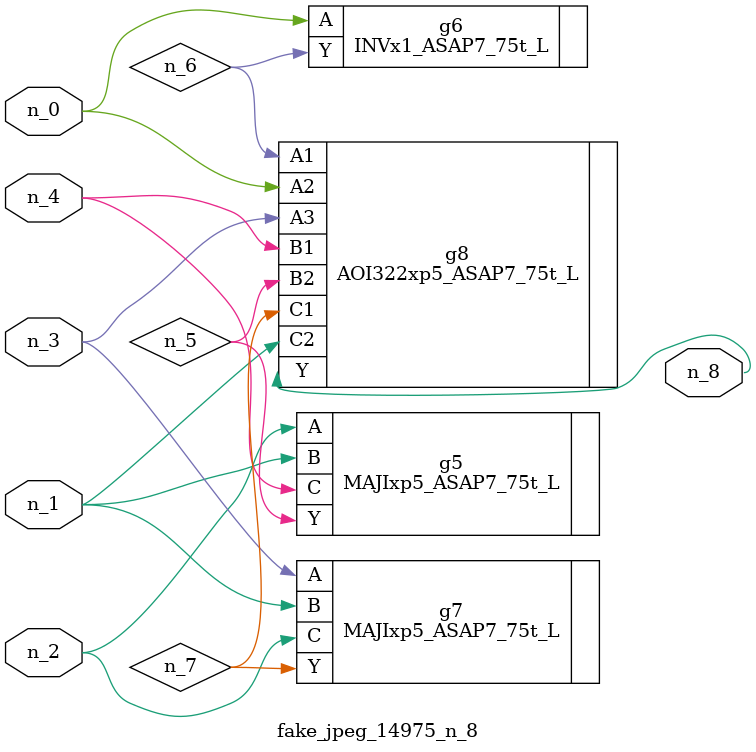
<source format=v>
module fake_jpeg_14975_n_8 (n_3, n_2, n_1, n_0, n_4, n_8);

input n_3;
input n_2;
input n_1;
input n_0;
input n_4;

output n_8;

wire n_6;
wire n_5;
wire n_7;

MAJIxp5_ASAP7_75t_L g5 ( 
.A(n_2),
.B(n_1),
.C(n_4),
.Y(n_5)
);

INVx1_ASAP7_75t_L g6 ( 
.A(n_0),
.Y(n_6)
);

MAJIxp5_ASAP7_75t_L g7 ( 
.A(n_3),
.B(n_1),
.C(n_2),
.Y(n_7)
);

AOI322xp5_ASAP7_75t_L g8 ( 
.A1(n_6),
.A2(n_0),
.A3(n_3),
.B1(n_4),
.B2(n_5),
.C1(n_7),
.C2(n_1),
.Y(n_8)
);


endmodule
</source>
